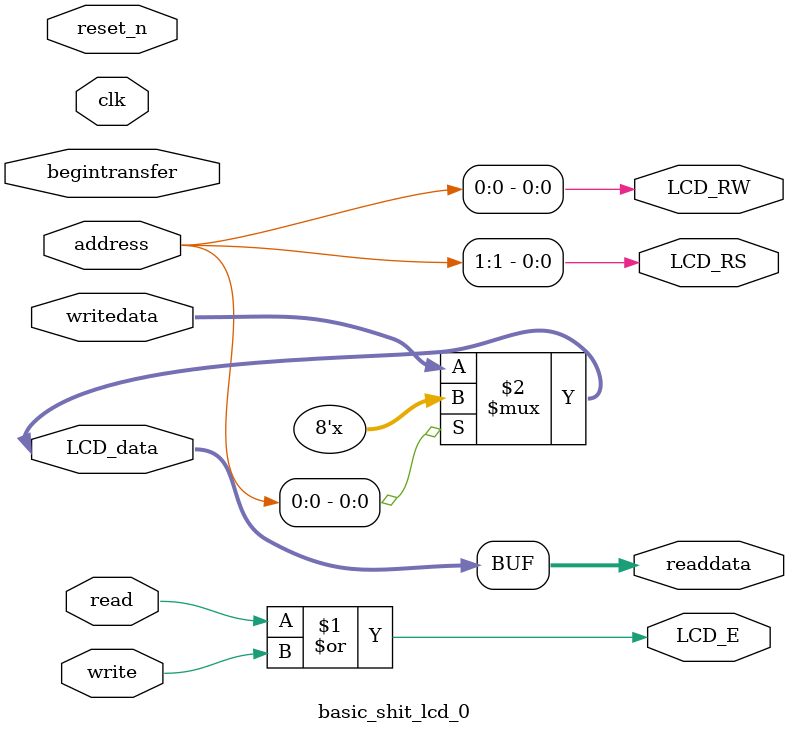
<source format=v>

`timescale 1ns / 1ps
// synthesis translate_on

// turn off superfluous verilog processor warnings 
// altera message_level Level1 
// altera message_off 10034 10035 10036 10037 10230 10240 10030 

module basic_shit_lcd_0 (
                          // inputs:
                           address,
                           begintransfer,
                           clk,
                           read,
                           reset_n,
                           write,
                           writedata,

                          // outputs:
                           LCD_E,
                           LCD_RS,
                           LCD_RW,
                           LCD_data,
                           readdata
                        )
;

  output           LCD_E;
  output           LCD_RS;
  output           LCD_RW;
  inout   [  7: 0] LCD_data;
  output  [  7: 0] readdata;
  input   [  1: 0] address;
  input            begintransfer;
  input            clk;
  input            read;
  input            reset_n;
  input            write;
  input   [  7: 0] writedata;

  wire             LCD_E;
  wire             LCD_RS;
  wire             LCD_RW;
  wire    [  7: 0] LCD_data;
  wire    [  7: 0] readdata;
  assign LCD_RW = address[0];
  assign LCD_RS = address[1];
  assign LCD_E = read | write;
  assign LCD_data = (address[0]) ? 8'bz : writedata;
  assign readdata = LCD_data;
  //control_slave, which is an e_avalon_slave

endmodule


</source>
